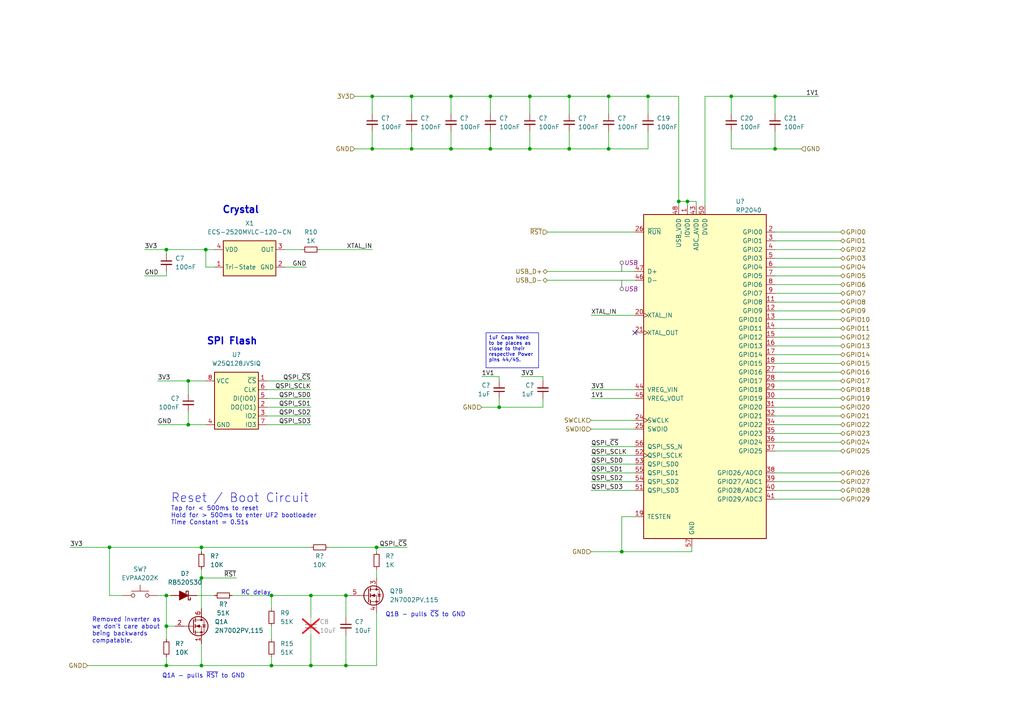
<source format=kicad_sch>
(kicad_sch (version 20250114) (generator "eeschema") (generator_version "9.0")
  (paper "A4")
  (title_block (title "${TITLE}") (date "2024-08-10") (rev "${REVISION}") (company "${COMPANY}") (comment 1 "${COMMENT1}"))
  (lib_symbols
    (symbol "Device:C_Small" (pin_numbers (hide yes)) (pin_names (offset 0.254) (hide yes))
      (property "Reference" "C" (at 0.254 1.778 0))
      (property "Value" "C_Small" (at 0.254 -2.032 0))
      (symbol "C_Small_1_1"
        (pin passive line (at 0 2.54 270) (length 2.032) (name "~") (number "1"))
        (pin passive line (at 0 -2.54 90) (length 2.032) (name "~") (number "2"))
      )
    )
    (symbol "Device:R_Small" (pin_numbers (hide yes)) (pin_names (offset 0.254) (hide yes))
      (property "Reference" "R" (at 0.762 0.508 0))
      (property "Value" "R_Small" (at 0.762 -1.016 0))
      (symbol "R_Small_1_1"
        (pin passive line (at 0 2.54 270) (length 0.762) (name "~") (number "1"))
        (pin passive line (at 0 -2.54 90) (length 0.762) (name "~") (number "2"))
      )
    )
    (symbol "FDG6335N_1" (pin_names (hide yes))
      (property "Reference" "Q" (at 5.08 1.905 0))
      (property "Value" "FDG6335N" (at 5.08 0 0))
      (symbol "FDG6335N_1_1_1"
        (pin passive line (at -5.08 0 0) (length 2.54) (name "G") (number "2"))
        (pin passive line (at 2.54 5.08 270) (length 2.54) (name "D") (number "6"))
        (pin passive line (at 2.54 -5.08 90) (length 2.54) (name "S") (number "1"))
      )
      (symbol "FDG6335N_1_2_1"
        (pin passive line (at -5.08 0 0) (length 2.54) (name "G") (number "5"))
        (pin passive line (at 2.54 5.08 270) (length 2.54) (name "D") (number "3"))
        (pin passive line (at 2.54 -5.08 90) (length 2.54) (name "S") (number "4"))
      )
    )
    (symbol "Mad_Symbols:ECS-2520MV-xxx-xx"
      (property "Reference" "X" (at -5.08 6.35 0))
      (property "Value" "ECS-2520MV-xxx-xx" (at -7.874 -6.35 0))
      (symbol "ECS-2520MV-xxx-xx_1_1"
        (pin power_in line (at -10.16 2.54 0) (length 2.54) (name "VDD") (number "4"))
        (pin input line (at -10.16 -2.54 0) (length 2.54) (name "Tri-State") (number "1"))
        (pin output line (at 10.16 2.54 180) (length 2.54) (name "OUT") (number "3"))
        (pin power_in line (at 10.16 -2.54 180) (length 2.54) (name "GND") (number "2"))
      )
    )
    (symbol "Mad_Symbols:RB520S30" (pin_numbers (hide yes)) (pin_names (offset 1.016) (hide yes))
      (property "Reference" "D7" (at 0.3175 6.35 0))
      (property "Value" "RB520S30" (at 0.3175 3.81 0))
      (symbol "RB520S30_1_1"
        (pin passive line (at -3.81 0 0) (length 2.54) (name "A") (number "2"))
        (pin passive line (at 3.81 0 180) (length 2.54) (name "K") (number "1"))
      )
    )
    (symbol "Mad_Symbols:RP2040" (pin_names (offset 1.016))
      (property "Reference" "U4" (at 13.97 51.816 0))
      (property "Value" "RP2040" (at 13.97 49.276 0))
      (symbol "RP2040_1_1"
        (pin input line (at -20.32 43.18 0) (length 2.54) (name "~{RUN}") (number "26"))
        (pin bidirectional line (at -20.32 31.75 0) (length 2.54) (name "D+") (number "47"))
        (pin bidirectional line (at -20.32 29.21 0) (length 2.54) (name "D-") (number "46"))
        (pin input clock (at -20.32 19.05 0) (length 2.54) (name "XTAL_IN") (number "20"))
        (pin input clock (at -20.32 13.97 0) (length 2.54) (name "XTAL_OUT") (number "21"))
        (pin power_in line (at -20.32 -2.54 0) (length 2.54) (name "VREG_VIN") (number "44"))
        (pin power_out line (at -20.32 -5.08 0) (length 2.54) (name "VREG_VOUT") (number "45"))
        (pin input clock (at -20.32 -11.43 0) (length 2.54) (name "SWCLK") (number "24"))
        (pin bidirectional line (at -20.32 -13.97 0) (length 2.54) (name "SWDIO") (number "25"))
        (pin bidirectional line (at -20.32 -19.05 0) (length 2.54) (name "QSPI_SS_N") (number "56"))
        (pin output clock (at -20.32 -21.59 0) (length 2.54) (name "QSPI_SCLK") (number "52"))
        (pin bidirectional line (at -20.32 -24.13 0) (length 2.54) (name "QSPI_SD0") (number "53"))
        (pin bidirectional line (at -20.32 -26.67 0) (length 2.54) (name "QSPI_SD1") (number "55"))
        (pin bidirectional line (at -20.32 -29.21 0) (length 2.54) (name "QSPI_SD2") (number "54"))
        (pin bidirectional line (at -20.32 -31.75 0) (length 2.54) (name "QSPI_SD3") (number "51"))
        (pin input line (at -20.32 -39.37 0) (length 2.54) (name "TESTEN") (number "19"))
        (pin power_in line (at -7.62 50.8 270) (length 2.54) (name "USB_VDD") (number "48"))
        (pin power_in line (at -5.08 50.8 270) (length 2.54) (name "IOVDD") (number "1"))
        (pin passive line (at -5.08 50.8 270) (length 2.54) (hide yes) (name "IOVDD") (number "10"))
        (pin passive line (at -5.08 50.8 270) (length 2.54) (hide yes) (name "IOVDD") (number "22"))
        (pin passive line (at -5.08 50.8 270) (length 2.54) (hide yes) (name "IOVDD") (number "33"))
        (pin passive line (at -5.08 50.8 270) (length 2.54) (hide yes) (name "IOVDD") (number "42"))
        (pin passive line (at -5.08 50.8 270) (length 2.54) (hide yes) (name "IOVDD") (number "49"))
        (pin power_in line (at -3.81 -48.26 90) (length 2.54) (name "GND") (number "57"))
        (pin power_in line (at -2.54 50.8 270) (length 2.54) (name "ADC_AVDD") (number "43"))
        (pin passive line (at 0 50.8 270) (length 2.54) (hide yes) (name "DVDD") (number "23"))
        (pin power_in line (at 0 50.8 270) (length 2.54) (name "DVDD") (number "50"))
        (pin input line (at 20.32 43.18 180) (length 2.54) (name "GPIO0") (number "2"))
        (pin input line (at 20.32 40.64 180) (length 2.54) (name "GPIO1") (number "3"))
        (pin input line (at 20.32 38.1 180) (length 2.54) (name "GPIO2") (number "4"))
        (pin input line (at 20.32 35.56 180) (length 2.54) (name "GPIO3") (number "5"))
        (pin input line (at 20.32 33.02 180) (length 2.54) (name "GPIO4") (number "6"))
        (pin input line (at 20.32 30.48 180) (length 2.54) (name "GPIO5") (number "7"))
        (pin input line (at 20.32 27.94 180) (length 2.54) (name "GPIO6") (number "8"))
        (pin input line (at 20.32 25.4 180) (length 2.54) (name "GPIO7") (number "9"))
        (pin input line (at 20.32 22.86 180) (length 2.54) (name "GPIO8") (number "11"))
        (pin input line (at 20.32 20.32 180) (length 2.54) (name "GPIO9") (number "12"))
        (pin input line (at 20.32 17.78 180) (length 2.54) (name "GPIO10") (number "13"))
        (pin input line (at 20.32 15.24 180) (length 2.54) (name "GPIO11") (number "14"))
        (pin input line (at 20.32 12.7 180) (length 2.54) (name "GPIO12") (number "15"))
        (pin input line (at 20.32 10.16 180) (length 2.54) (name "GPIO13") (number "16"))
        (pin input line (at 20.32 7.62 180) (length 2.54) (name "GPIO14") (number "17"))
        (pin input line (at 20.32 5.08 180) (length 2.54) (name "GPIO15") (number "18"))
        (pin input line (at 20.32 2.54 180) (length 2.54) (name "GPIO16") (number "27"))
        (pin input line (at 20.32 0 180) (length 2.54) (name "GPIO17") (number "28"))
        (pin input line (at 20.32 -2.54 180) (length 2.54) (name "GPIO18") (number "29"))
        (pin input line (at 20.32 -5.08 180) (length 2.54) (name "GPIO19") (number "30"))
        (pin input line (at 20.32 -7.62 180) (length 2.54) (name "GPIO20") (number "31"))
        (pin input line (at 20.32 -10.16 180) (length 2.54) (name "GPIO21") (number "32"))
        (pin input line (at 20.32 -12.7 180) (length 2.54) (name "GPIO22") (number "34"))
        (pin input line (at 20.32 -15.24 180) (length 2.54) (name "GPIO23") (number "35"))
        (pin input line (at 20.32 -17.78 180) (length 2.54) (name "GPIO24") (number "36"))
        (pin input line (at 20.32 -20.32 180) (length 2.54) (name "GPIO25") (number "37"))
        (pin input line (at 20.32 -26.67 180) (length 2.54) (name "GPIO26/ADC0") (number "38"))
        (pin input line (at 20.32 -29.21 180) (length 2.54) (name "GPIO27/ADC1") (number "39"))
        (pin input line (at 20.32 -31.75 180) (length 2.54) (name "GPIO28/ADC2") (number "40"))
        (pin input line (at 20.32 -34.29 180) (length 2.54) (name "GPIO29/ADC3") (number "41"))
      )
    )
    (symbol "Mad_Symbols:W25Q128JVSIQ"
      (property "Reference" "U3" (at 1.905 10.795 0))
      (property "Value" "W25Q128JVSIQ" (at -3.81 8.89 0))
      (symbol "W25Q128JVSIQ_1_1"
        (pin input line (at -12.7 5.08 0) (length 2.54) (name "~{CS}") (number "1"))
        (pin input line (at -12.7 2.54 0) (length 2.54) (name "CLK") (number "6"))
        (pin bidirectional line (at -12.7 0 0) (length 2.54) (name "DI(IO0)") (number "5"))
        (pin bidirectional line (at -12.7 -2.54 0) (length 2.54) (name "DO(IO1)") (number "2"))
        (pin bidirectional line (at -12.7 -5.08 0) (length 2.54) (name "IO2") (number "3"))
        (pin bidirectional line (at -12.7 -7.62 0) (length 2.54) (name "IO3") (number "7"))
        (pin power_in line (at 5.08 5.08 180) (length 2.54) (name "VCC") (number "8"))
        (pin power_in line (at 5.08 -7.62 180) (length 2.54) (name "GND") (number "4"))
      )
    )
    (symbol "Switch:SW_Push" (pin_numbers (hide yes)) (pin_names (offset 1.016) (hide yes))
      (property "Reference" "SW" (at 1.27 2.54 0))
      (property "Value" "SW_Push" (at 0 -1.524 0))
      (symbol "SW_Push_0_1"
        (pin passive line (at -5.08 0 0) (length 2.54) (name "1") (number "1"))
        (pin passive line (at 5.08 0 180) (length 2.54) (name "2") (number "2"))
      )
    )
  )
  (text "Q1B - pulls ~{CS} to GND" (at 111.76 179.07 0) (effects (font (size 1.27 1.27)) (justify left bottom)))
  (text "Removed inverter as\nwe don't care about \nbeing backwards \ncompatable." (at 26.67 186.69 0) (effects (font (size 1.27 1.27)) (justify left bottom)))
  (text "Reset / Boot Circuit" (at 49.53 146.05 0) (effects (font (size 2.54 2.54)) (justify left bottom)))
  (text "Crystal" (at 69.85 60.96 0) (effects (font (size 2 2) (thickness 0.4) (bold yes))))
  (text "Tap for < 500ms to reset\nHold for > 500ms to enter UF2 bootloader\nTime Constant = 0.51s" (at 49.53 152.4 0) (effects (font (size 1.27 1.27)) (justify left bottom)))
  (text "Q1A - pulls ~{RST} to GND" (at 46.99 196.85 0) (effects (font (size 1.27 1.27)) (justify left bottom)))
  (text "SPI Flash" (at 67.31 99.06 0) (effects (font (size 2 2) (thickness 0.4) (bold yes))))
  (text "RC delay" (at 69.85 172.72 0) (effects (font (size 1.27 1.27)) (justify left bottom)))
  (text_box "1uF Caps Need to be places as close to their respective Power pins 44/45." (at 140.97 96.52 0) (size 15.24 10.16) (margins 0.75 0.75 0.75 0.75) (effects (font (size 1 1)) (justify left top)))
  (junction (at 224.79 27.94))
  (junction (at 90.17 172.72))
  (junction (at 100.33 193.04))
  (junction (at 196.85 58.42))
  (junction (at 31.75 158.75))
  (junction (at 180.34 160.02))
  (junction (at 165.1 43.18))
  (junction (at 142.24 27.94))
  (junction (at 165.1 27.94))
  (junction (at 107.95 43.18))
  (junction (at 119.38 27.94))
  (junction (at 58.42 158.75))
  (junction (at 58.42 193.04))
  (junction (at 90.17 193.04))
  (junction (at 153.67 43.18))
  (junction (at 224.79 43.18))
  (junction (at 199.39 58.42))
  (junction (at 48.26 181.61))
  (junction (at 48.26 172.72))
  (junction (at 58.42 167.64))
  (junction (at 48.26 193.04))
  (junction (at 142.24 43.18))
  (junction (at 153.67 27.94))
  (junction (at 78.74 172.72))
  (junction (at 176.53 27.94))
  (junction (at 54.61 123.19))
  (junction (at 130.81 43.18))
  (junction (at 176.53 43.18))
  (junction (at 54.61 110.49))
  (junction (at 212.09 27.94))
  (junction (at 119.38 43.18))
  (junction (at 130.81 27.94))
  (junction (at 100.33 172.72))
  (junction (at 107.95 27.94))
  (junction (at 78.74 193.04))
  (junction (at 144.78 118.11))
  (junction (at 109.22 158.75))
  (junction (at 187.96 27.94))
  (junction (at 48.26 72.39))
  (junction (at 59.69 72.39))
  (no_connect (at 184.15 96.52))
  (wire (pts (xy 130.81 27.94) (xy 142.24 27.94)))
  (wire (pts (xy 82.55 72.39) (xy 87.63 72.39)))
  (wire (pts (xy 48.26 193.04) (xy 58.42 193.04)))
  (wire (pts (xy 224.79 139.7) (xy 243.84 139.7)))
  (wire (pts (xy 144.78 118.11) (xy 157.48 118.11)))
  (wire (pts (xy 171.45 121.92) (xy 184.15 121.92)))
  (wire (pts (xy 153.67 27.94) (xy 153.67 33.02)))
  (wire (pts (xy 158.75 81.28) (xy 184.15 81.28)))
  (wire (pts (xy 58.42 158.75) (xy 58.42 160.02)))
  (wire (pts (xy 90.17 179.07) (xy 90.17 172.72)))
  (wire (pts (xy 78.74 193.04) (xy 90.17 193.04)))
  (wire (pts (xy 144.78 109.22) (xy 144.78 110.49)))
  (wire (pts (xy 119.38 27.94) (xy 119.38 33.02)))
  (wire (pts (xy 224.79 82.55) (xy 243.84 82.55)))
  (wire (pts (xy 171.45 124.46) (xy 184.15 124.46)))
  (wire (pts (xy 171.45 160.02) (xy 180.34 160.02)))
  (wire (pts (xy 224.79 144.78) (xy 243.84 144.78)))
  (wire (pts (xy 48.26 80.01) (xy 48.26 78.74)))
  (wire (pts (xy 171.45 129.54) (xy 184.15 129.54)))
  (wire (pts (xy 171.45 132.08) (xy 184.15 132.08)))
  (wire (pts (xy 224.79 90.17) (xy 243.84 90.17)))
  (wire (pts (xy 165.1 43.18) (xy 176.53 43.18)))
  (wire (pts (xy 204.47 27.94) (xy 212.09 27.94)))
  (wire (pts (xy 109.22 158.75) (xy 109.22 160.02)))
  (wire (pts (xy 31.75 172.72) (xy 35.56 172.72)))
  (wire (pts (xy 48.26 190.5) (xy 48.26 193.04)))
  (wire (pts (xy 58.42 167.64) (xy 58.42 176.53)))
  (wire (pts (xy 157.48 109.22) (xy 157.48 110.49)))
  (wire (pts (xy 153.67 27.94) (xy 165.1 27.94)))
  (wire (pts (xy 102.87 43.18) (xy 107.95 43.18)))
  (wire (pts (xy 58.42 186.69) (xy 58.42 193.04)))
  (wire (pts (xy 78.74 190.5) (xy 78.74 193.04)))
  (wire (pts (xy 90.17 118.11) (xy 77.47 118.11)))
  (wire (pts (xy 180.34 149.86) (xy 184.15 149.86)))
  (wire (pts (xy 58.42 165.1) (xy 58.42 167.64)))
  (wire (pts (xy 224.79 102.87) (xy 243.84 102.87)))
  (wire (pts (xy 224.79 107.95) (xy 243.84 107.95)))
  (wire (pts (xy 100.33 184.15) (xy 100.33 193.04)))
  (wire (pts (xy 58.42 158.75) (xy 90.17 158.75)))
  (wire (pts (xy 224.79 80.01) (xy 243.84 80.01)))
  (wire (pts (xy 187.96 27.94) (xy 187.96 33.02)))
  (wire (pts (xy 171.45 113.03) (xy 184.15 113.03)))
  (wire (pts (xy 224.79 27.94) (xy 237.49 27.94)))
  (wire (pts (xy 224.79 77.47) (xy 243.84 77.47)))
  (wire (pts (xy 224.79 43.18) (xy 212.09 43.18)))
  (wire (pts (xy 90.17 110.49) (xy 77.47 110.49)))
  (wire (pts (xy 196.85 58.42) (xy 196.85 59.69)))
  (wire (pts (xy 196.85 27.94) (xy 196.85 58.42)))
  (wire (pts (xy 201.93 58.42) (xy 201.93 59.69)))
  (wire (pts (xy 224.79 38.1) (xy 224.79 43.18)))
  (wire (pts (xy 158.75 78.74) (xy 184.15 78.74)))
  (wire (pts (xy 196.85 58.42) (xy 199.39 58.42)))
  (wire (pts (xy 199.39 58.42) (xy 201.93 58.42)))
  (wire (pts (xy 171.45 115.57) (xy 184.15 115.57)))
  (wire (pts (xy 41.91 72.39) (xy 48.26 72.39)))
  (wire (pts (xy 100.33 193.04) (xy 109.22 193.04)))
  (wire (pts (xy 78.74 181.61) (xy 78.74 185.42)))
  (wire (pts (xy 48.26 73.66) (xy 48.26 72.39)))
  (wire (pts (xy 92.71 72.39) (xy 107.95 72.39)))
  (wire (pts (xy 107.95 27.94) (xy 119.38 27.94)))
  (wire (pts (xy 90.17 120.65) (xy 77.47 120.65)))
  (wire (pts (xy 31.75 158.75) (xy 58.42 158.75)))
  (wire (pts (xy 224.79 113.03) (xy 243.84 113.03)))
  (wire (pts (xy 139.7 109.22) (xy 144.78 109.22)))
  (wire (pts (xy 153.67 43.18) (xy 165.1 43.18)))
  (wire (pts (xy 224.79 137.16) (xy 243.84 137.16)))
  (wire (pts (xy 45.72 123.19) (xy 54.61 123.19)))
  (wire (pts (xy 67.31 172.72) (xy 78.74 172.72)))
  (wire (pts (xy 224.79 69.85) (xy 243.84 69.85)))
  (wire (pts (xy 31.75 158.75) (xy 31.75 172.72)))
  (wire (pts (xy 176.53 27.94) (xy 187.96 27.94)))
  (wire (pts (xy 212.09 27.94) (xy 224.79 27.94)))
  (wire (pts (xy 153.67 43.18) (xy 153.67 38.1)))
  (wire (pts (xy 180.34 160.02) (xy 200.66 160.02)))
  (wire (pts (xy 54.61 119.38) (xy 54.61 123.19)))
  (wire (pts (xy 199.39 58.42) (xy 199.39 59.69)))
  (wire (pts (xy 171.45 137.16) (xy 184.15 137.16)))
  (wire (pts (xy 48.26 181.61) (xy 48.26 185.42)))
  (wire (pts (xy 142.24 27.94) (xy 142.24 33.02)))
  (wire (pts (xy 200.66 160.02) (xy 200.66 158.75)))
  (wire (pts (xy 139.7 118.11) (xy 144.78 118.11)))
  (wire (pts (xy 142.24 38.1) (xy 142.24 43.18)))
  (wire (pts (xy 59.69 72.39) (xy 62.23 72.39)))
  (wire (pts (xy 90.17 172.72) (xy 100.33 172.72)))
  (wire (pts (xy 100.33 172.72) (xy 100.33 179.07)))
  (wire (pts (xy 176.53 38.1) (xy 176.53 43.18)))
  (wire (pts (xy 48.26 181.61) (xy 50.8 181.61)))
  (wire (pts (xy 224.79 105.41) (xy 243.84 105.41)))
  (wire (pts (xy 224.79 142.24) (xy 243.84 142.24)))
  (wire (pts (xy 212.09 38.1) (xy 212.09 43.18)))
  (wire (pts (xy 107.95 27.94) (xy 107.95 33.02)))
  (wire (pts (xy 78.74 172.72) (xy 78.74 176.53)))
  (wire (pts (xy 58.42 167.64) (xy 68.58 167.64)))
  (wire (pts (xy 45.72 110.49) (xy 54.61 110.49)))
  (wire (pts (xy 224.79 97.79) (xy 243.84 97.79)))
  (wire (pts (xy 151.13 109.22) (xy 157.48 109.22)))
  (wire (pts (xy 109.22 165.1) (xy 109.22 167.64)))
  (wire (pts (xy 224.79 67.31) (xy 243.84 67.31)))
  (wire (pts (xy 224.79 125.73) (xy 243.84 125.73)))
  (wire (pts (xy 224.79 130.81) (xy 243.84 130.81)))
  (wire (pts (xy 224.79 110.49) (xy 243.84 110.49)))
  (wire (pts (xy 224.79 72.39) (xy 243.84 72.39)))
  (wire (pts (xy 109.22 158.75) (xy 118.11 158.75)))
  (wire (pts (xy 59.69 123.19) (xy 54.61 123.19)))
  (wire (pts (xy 144.78 115.57) (xy 144.78 118.11)))
  (wire (pts (xy 59.69 72.39) (xy 59.69 77.47)))
  (wire (pts (xy 224.79 95.25) (xy 243.84 95.25)))
  (wire (pts (xy 90.17 115.57) (xy 77.47 115.57)))
  (wire (pts (xy 176.53 27.94) (xy 176.53 33.02)))
  (wire (pts (xy 82.55 77.47) (xy 88.9 77.47)))
  (wire (pts (xy 48.26 72.39) (xy 59.69 72.39)))
  (wire (pts (xy 102.87 27.94) (xy 107.95 27.94)))
  (wire (pts (xy 165.1 43.18) (xy 165.1 38.1)))
  (wire (pts (xy 224.79 87.63) (xy 243.84 87.63)))
  (wire (pts (xy 224.79 120.65) (xy 243.84 120.65)))
  (wire (pts (xy 171.45 134.62) (xy 184.15 134.62)))
  (wire (pts (xy 20.32 158.75) (xy 31.75 158.75)))
  (wire (pts (xy 130.81 43.18) (xy 142.24 43.18)))
  (wire (pts (xy 90.17 113.03) (xy 77.47 113.03)))
  (wire (pts (xy 165.1 27.94) (xy 176.53 27.94)))
  (wire (pts (xy 107.95 43.18) (xy 119.38 43.18)))
  (wire (pts (xy 130.81 27.94) (xy 130.81 33.02)))
  (wire (pts (xy 165.1 27.94) (xy 165.1 33.02)))
  (wire (pts (xy 25.4 193.04) (xy 48.26 193.04)))
  (wire (pts (xy 57.15 172.72) (xy 62.23 172.72)))
  (wire (pts (xy 119.38 43.18) (xy 119.38 38.1)))
  (wire (pts (xy 204.47 27.94) (xy 204.47 59.69)))
  (wire (pts (xy 119.38 27.94) (xy 130.81 27.94)))
  (wire (pts (xy 224.79 85.09) (xy 243.84 85.09)))
  (wire (pts (xy 224.79 118.11) (xy 243.84 118.11)))
  (wire (pts (xy 212.09 27.94) (xy 212.09 33.02)))
  (wire (pts (xy 130.81 38.1) (xy 130.81 43.18)))
  (wire (pts (xy 224.79 27.94) (xy 224.79 33.02)))
  (wire (pts (xy 48.26 172.72) (xy 48.26 181.61)))
  (wire (pts (xy 171.45 142.24) (xy 184.15 142.24)))
  (wire (pts (xy 224.79 43.18) (xy 232.41 43.18)))
  (wire (pts (xy 224.79 128.27) (xy 243.84 128.27)))
  (wire (pts (xy 142.24 43.18) (xy 153.67 43.18)))
  (wire (pts (xy 171.45 139.7) (xy 184.15 139.7)))
  (wire (pts (xy 90.17 123.19) (xy 77.47 123.19)))
  (wire (pts (xy 224.79 115.57) (xy 243.84 115.57)))
  (wire (pts (xy 158.75 67.31) (xy 184.15 67.31)))
  (wire (pts (xy 107.95 38.1) (xy 107.95 43.18)))
  (wire (pts (xy 78.74 172.72) (xy 90.17 172.72)))
  (wire (pts (xy 142.24 27.94) (xy 153.67 27.94)))
  (wire (pts (xy 224.79 74.93) (xy 243.84 74.93)))
  (wire (pts (xy 48.26 172.72) (xy 49.53 172.72)))
  (wire (pts (xy 180.34 160.02) (xy 180.34 149.86)))
  (wire (pts (xy 224.79 123.19) (xy 243.84 123.19)))
  (wire (pts (xy 157.48 115.57) (xy 157.48 118.11)))
  (wire (pts (xy 41.91 80.01) (xy 48.26 80.01)))
  (wire (pts (xy 59.69 110.49) (xy 54.61 110.49)))
  (wire (pts (xy 109.22 177.8) (xy 109.22 193.04)))
  (wire (pts (xy 187.96 27.94) (xy 196.85 27.94)))
  (wire (pts (xy 62.23 77.47) (xy 59.69 77.47)))
  (wire (pts (xy 58.42 193.04) (xy 78.74 193.04)))
  (wire (pts (xy 119.38 43.18) (xy 130.81 43.18)))
  (wire (pts (xy 100.33 172.72) (xy 101.6 172.72)))
  (wire (pts (xy 187.96 38.1) (xy 187.96 43.18)))
  (wire (pts (xy 90.17 193.04) (xy 100.33 193.04)))
  (wire (pts (xy 54.61 110.49) (xy 54.61 114.3)))
  (wire (pts (xy 171.45 91.44) (xy 184.15 91.44)))
  (wire (pts (xy 90.17 184.15) (xy 90.17 193.04)))
  (wire (pts (xy 224.79 100.33) (xy 243.84 100.33)))
  (wire (pts (xy 224.79 92.71) (xy 243.84 92.71)))
  (wire (pts (xy 45.72 172.72) (xy 48.26 172.72)))
  (wire (pts (xy 176.53 43.18) (xy 187.96 43.18)))
  (wire (pts (xy 95.25 158.75) (xy 109.22 158.75)))
  (label "QSPI_SCLK" (at 171.45 132.08 0))
  (label "XTAL_IN" (at 171.45 91.44 0))
  (label "QSPI_SD3" (at 90.17 123.19 180))
  (label "QSPI_SCLK" (at 90.17 113.03 180))
  (label "1V1" (at 171.45 115.57 0))
  (label "QSPI_SD2" (at 90.17 120.65 180))
  (label "QSPI_~{CS}" (at 90.17 110.49 180))
  (label "QSPI_SD3" (at 171.45 142.24 0))
  (label "3V3" (at 45.72 110.49 0))
  (label "QSPI_~{CS}" (at 171.45 129.54 0))
  (label "GND" (at 45.72 123.19 0))
  (label "1V1" (at 139.7 109.22 0))
  (label "~{RST}" (at 68.58 167.64 180))
  (label "XTAL_IN" (at 107.95 72.39 180))
  (label "GND" (at 41.91 80.01 0))
  (label "GND" (at 88.9 77.47 180))
  (label "3V3" (at 171.45 113.03 0))
  (label "QSPI_SD2" (at 171.45 139.7 0))
  (label "QSPI_~{CS}" (at 118.11 158.75 180))
  (label "QSPI_SD0" (at 171.45 134.62 0))
  (label "QSPI_SD1" (at 90.17 118.11 180))
  (label "QSPI_SD0" (at 90.17 115.57 180))
  (label "QSPI_SD1" (at 171.45 137.16 0))
  (label "3V3" (at 41.91 72.39 0))
  (label "3V3" (at 151.13 109.22 0))
  (label "3V3" (at 20.32 158.75 0))
  (label "1V1" (at 237.49 27.94 180))
  (hierarchical_label "GPIO16" (shape bidirectional) (at 243.84 107.95 0))
  (hierarchical_label "GPIO4" (shape bidirectional) (at 243.84 77.47 0))
  (hierarchical_label "GPIO15" (shape bidirectional) (at 243.84 105.41 0))
  (hierarchical_label "GPIO17" (shape bidirectional) (at 243.84 110.49 0))
  (hierarchical_label "GPIO10" (shape bidirectional) (at 243.84 92.71 0))
  (hierarchical_label "GPIO19" (shape bidirectional) (at 243.84 115.57 0))
  (hierarchical_label "GPIO23" (shape bidirectional) (at 243.84 125.73 0))
  (hierarchical_label "GND" (shape input) (at 232.41 43.18 0))
  (hierarchical_label "GPIO27" (shape bidirectional) (at 243.84 139.7 0))
  (hierarchical_label "GPIO7" (shape bidirectional) (at 243.84 85.09 0))
  (hierarchical_label "GPIO3" (shape bidirectional) (at 243.84 74.93 0))
  (hierarchical_label "GPIO5" (shape bidirectional) (at 243.84 80.01 0))
  (hierarchical_label "GND" (shape input) (at 139.7 118.11 180))
  (hierarchical_label "GND" (shape input) (at 102.87 43.18 180))
  (hierarchical_label "GPIO18" (shape bidirectional) (at 243.84 113.03 0))
  (hierarchical_label "GPIO14" (shape bidirectional) (at 243.84 102.87 0))
  (hierarchical_label "GPIO12" (shape bidirectional) (at 243.84 97.79 0))
  (hierarchical_label "SWCLK" (shape input) (at 171.45 121.92 180))
  (hierarchical_label "GPIO13" (shape bidirectional) (at 243.84 100.33 0))
  (hierarchical_label "GPIO8" (shape bidirectional) (at 243.84 87.63 0))
  (hierarchical_label "GPIO26" (shape bidirectional) (at 243.84 137.16 0))
  (hierarchical_label "GPIO1" (shape bidirectional) (at 243.84 69.85 0))
  (hierarchical_label "GPIO0" (shape bidirectional) (at 243.84 67.31 0))
  (hierarchical_label "SWDIO" (shape input) (at 171.45 124.46 180))
  (hierarchical_label "GPIO25" (shape bidirectional) (at 243.84 130.81 0))
  (hierarchical_label "GND" (shape input) (at 25.4 193.04 180))
  (hierarchical_label "GPIO9" (shape bidirectional) (at 243.84 90.17 0))
  (hierarchical_label "GPIO11" (shape bidirectional) (at 243.84 95.25 0))
  (hierarchical_label "GPIO29" (shape bidirectional) (at 243.84 144.78 0))
  (hierarchical_label "GPIO6" (shape bidirectional) (at 243.84 82.55 0))
  (hierarchical_label "GPIO20" (shape bidirectional) (at 243.84 118.11 0))
  (hierarchical_label "GPIO21" (shape bidirectional) (at 243.84 120.65 0))
  (hierarchical_label "USB_D+" (shape bidirectional) (at 158.75 78.74 180))
  (hierarchical_label "GPIO24" (shape bidirectional) (at 243.84 128.27 0))
  (hierarchical_label "GND" (shape input) (at 171.45 160.02 180))
  (hierarchical_label "GPIO2" (shape bidirectional) (at 243.84 72.39 0))
  (hierarchical_label "GPIO28" (shape bidirectional) (at 243.84 142.24 0))
  (hierarchical_label "GPIO22" (shape bidirectional) (at 243.84 123.19 0))
  (hierarchical_label "3V3" (shape input) (at 102.87 27.94 180))
  (hierarchical_label "~{RST}" (shape input) (at 158.75 67.31 180))
  (hierarchical_label "USB_D-" (shape bidirectional) (at 158.75 81.28 180))
  (netclass_flag "" (length 2.54) (shape round) (at 180.34 78.74 0) (property "Netclass" "USB" (at 181.0385 76.2 0) (effects (font (italic yes)) (justify left))))
  (netclass_flag "" (length 2.54) (shape round) (at 180.34 81.28 180) (property "Netclass" "USB" (at 181.0385 83.82 0) (effects (font (italic yes)) (justify left))))
  (symbol (lib_id "Device:C_Small") (at 142.24 35.56 0) (mirror y) (unit 1)
    (property "Reference" "C14" (at 144.78 34.2962 0) (effects (justify right)))
    (property "Value" "100nF" (at 144.78 36.8362 0) (effects (justify right)))
    (property "Footprint" "Capacitor_SMD:C_0402_1005Metric" (effects (hide yes)))
    (property "Datasheet" "https://www.yageo.com/upload/media/product/productsearch/datasheet/mlcc/UPY-GPHC_X7R_6.3V-to-250V_24.pdf" (effects (hide yes)))
    (property "Description" "0.1 µF ±10% 25V Ceramic Capacitor X7R 0402 (1005 Metric)" (effects (hide yes)))
    (property "MPN" "CC0402KPX7R9BB104" (effects (hide yes)))
    (property "Manufacturer" "YAGEO" (effects (hide yes)))
    (property "Price" "$0.17" (effects (hide yes)))
    (property "Rating" "CAP 0402 50V 100 NF X7R" (effects (hide yes)))
    (property "Supplier" "Digikey" (effects (hide yes)))
    (property "Supplier PN" "13-CC0402KPX7R9BB104CT-ND" (effects (hide yes)))
    (property "LCSC" "C432917" (effects (hide yes)))
    (instances (project "RP2040" (path "" (reference "C?") (unit 1))) (project "Mad_RP2040" (path "" (reference "C14") (unit 1))))
  )
  (symbol (lib_name "FDG6335N_1") (lib_id "Transistor_FET:FDG6335N") (at 106.68 172.72 0) (unit 2)
    (property "Reference" "Q1" (at 113.03 171.4499 0) (effects (justify left)))
    (property "Value" "2N7002PV,115" (at 113.03 173.9899 0) (effects (justify left)))
    (property "Footprint" "Package_TO_SOT_SMD:SOT-666" (effects (hide yes)))
    (property "Datasheet" "https://wmsc.lcsc.com/wmsc/upload/file/pdf/v2/lcsc/2006101914_Nexperia-2N7002PV-115_C551422.pdf" (effects (hide yes)))
    (property "Description" "Mosfet Array 60V 350mA 330mW Surface Mount SOT-666" (effects (hide yes)))
    (property "Price" "$0.64" (effects (hide yes)))
    (property "Rating" "MOSFET 2N-CH 60V 0.35A SOT666" (effects (hide yes)))
    (property "Supplier" "Digikey" (effects (hide yes)))
    (property "Supplier PN" "1727-4792-1-ND" (effects (hide yes)))
    (property "Manufacturer" "Diodes Incorporated" (effects (hide yes)))
    (property "MPN" "2N7002PV,115" (effects (hide yes)))
    (property "LCSC" "C551422" (effects (hide yes)))
    (instances (project "RP2040" (path "" (reference "Q?") (unit 2))) (project "Mad_RP2040" (path "" (reference "Q1") (unit 2))))
  )
  (symbol (lib_id "Device:R_Small") (at 58.42 162.56 180) (unit 1)
    (property "Reference" "R7" (at 60.96 161.2899 0) (effects (justify right)))
    (property "Value" "10K" (at 60.96 163.8299 0) (effects (justify right)))
    (property "Footprint" "Resistor_SMD:R_0402_1005Metric" (effects (hide yes)))
    (property "Datasheet" "https://www.yageo.com/upload/media/product/products/datasheet/rchip/PYu-RC_Group_51_RoHS_L_12.pdf" (effects (hide yes)))
    (property "Description" "10 kOhms ±1% 0.063W, 1/16W Chip Resistor 0402 (1005 Metric) Moisture Resistant Thick Film" (effects (hide yes)))
    (property "Price" "$0.16" (effects (hide yes)))
    (property "Rating" "RES 10K OHM 1% 1/16W 0402" (effects (hide yes)))
    (property "Supplier" "Digikey" (effects (hide yes)))
    (property "Supplier PN" "311-10.0KLRCT-ND" (effects (hide yes)))
    (property "Manufacturer" "YAGEO" (effects (hide yes)))
    (property "MPN" "RC0402FR-0710KL" (effects (hide yes)))
    (property "LCSC" "C60490" (effects (hide yes)))
    (instances (project "RP2040" (path "" (reference "R?") (unit 1))) (project "Mad_RP2040" (path "" (reference "R7") (unit 1))))
  )
  (symbol (lib_id "Mad_Symbols:RP2040") (at 204.47 110.49 0) (unit 1)
    (property "Reference" "U5" (at 213.36 58.42 0) (effects (justify left)))
    (property "Value" "RP2040" (at 213.36 60.96 0) (effects (justify left)))
    (property "Footprint" "Package_DFN_QFN:QFN-56-1EP_7x7mm_P0.4mm_EP3.2x3.2mm" (effects (hide yes)))
    (property "Datasheet" "https://datasheets.raspberrypi.com/rp2040/rp2040-datasheet.pdf" (effects (hide yes)))
    (property "Description" "ARM® Cortex®-M0+ - Microcontroller IC 32-Bit Dual-Core 133MHz External Program Memory 56-QFN (7x7)" (effects (hide yes)))
    (property "Price" "$1.11" (effects (hide yes)))
    (property "Rating" "IC MCU 32BIT EXT MEM 56QFN" (effects (hide yes)))
    (property "Supplier" "Digikey" (effects (hide yes)))
    (property "Supplier PN" "2648-SC0914(13)CT-ND" (effects (hide yes)))
    (property "Manufacturer" "Raspberry Pi" (effects (hide yes)))
    (property "MPN" "SC0914(13)" (effects (hide yes)))
    (property "LCSC" "C2040" (effects (hide yes)))
    (instances (project "RP2040" (path "" (reference "U?") (unit 1))) (project "Mad_RP2040" (path "" (reference "U5") (unit 1))))
  )
  (symbol (lib_id "Device:R_Small") (at 48.26 187.96 180) (unit 1)
    (property "Reference" "R6" (at 50.8 186.6899 0) (effects (justify right)))
    (property "Value" "10K" (at 50.8 189.2299 0) (effects (justify right)))
    (property "Footprint" "Resistor_SMD:R_0402_1005Metric" (effects (hide yes)))
    (property "Datasheet" "https://www.yageo.com/upload/media/product/products/datasheet/rchip/PYu-RC_Group_51_RoHS_L_12.pdf" (effects (hide yes)))
    (property "Description" "10 kOhms ±1% 0.063W, 1/16W Chip Resistor 0402 (1005 Metric) Moisture Resistant Thick Film" (effects (hide yes)))
    (property "Price" "$0.16" (effects (hide yes)))
    (property "Rating" "RES 10K OHM 1% 1/16W 0402" (effects (hide yes)))
    (property "Supplier" "Digikey" (effects (hide yes)))
    (property "Supplier PN" "311-10.0KLRCT-ND" (effects (hide yes)))
    (property "Manufacturer" "YAGEO" (effects (hide yes)))
    (property "MPN" "RC0402FR-0710KL" (effects (hide yes)))
    (property "LCSC" "C60490" (effects (hide yes)))
    (instances (project "RP2040" (path "" (reference "R?") (unit 1))) (project "Mad_RP2040" (path "" (reference "R6") (unit 1))))
  )
  (symbol (lib_id "Device:C_Small") (at 100.33 181.61 0) (unit 1)
    (property "Reference" "C9" (at 102.87 180.3462 0) (effects (justify left)))
    (property "Value" "10uF" (at 102.87 182.8862 0) (effects (justify left)))
    (property "Footprint" "Capacitor_SMD:C_0805_2012Metric" (effects (hide yes)))
    (property "Datasheet" "https://www.yageo.com/upload/media/product/app/datasheet/mlcc/upy-gphc_x5r_4v-to-50v.pdf" (effects (hide yes)))
    (property "Description" "10 µF ±10% 25V Ceramic Capacitor X5R 0805 (2012 Metric)" (effects (hide yes)))
    (property "Price" "$0.47" (effects (hide yes)))
    (property "Rating" "CAP CER 10UF 25V X5R 0805" (effects (hide yes)))
    (property "Supplier" "Digikey" (effects (hide yes)))
    (property "Supplier PN" "311-1869-1-ND" (effects (hide yes)))
    (property "Manufacturer" "YAGEO" (effects (hide yes)))
    (property "MPN" "CC0805KKX5R8BB106" (effects (hide yes)))
    (property "LCSC" "C2932476" (effects (hide yes)))
    (instances (project "RP2040" (path "" (reference "C?") (unit 1))) (project "Mad_RP2040" (path "" (reference "C9") (unit 1))))
  )
  (symbol (lib_id "Device:C_Small") (at 107.95 35.56 0) (mirror y) (unit 1)
    (property "Reference" "C10" (at 110.49 34.2962 0) (effects (justify right)))
    (property "Value" "100nF" (at 110.49 36.8362 0) (effects (justify right)))
    (property "Footprint" "Capacitor_SMD:C_0402_1005Metric" (effects (hide yes)))
    (property "Datasheet" "https://www.yageo.com/upload/media/product/productsearch/datasheet/mlcc/UPY-GPHC_X7R_6.3V-to-250V_24.pdf" (effects (hide yes)))
    (property "Description" "0.1 µF ±10% 25V Ceramic Capacitor X7R 0402 (1005 Metric)" (effects (hide yes)))
    (property "Price" "$0.17" (effects (hide yes)))
    (property "Rating" "CAP 0402 50V 100 NF X7R" (effects (hide yes)))
    (property "Supplier" "Digikey" (effects (hide yes)))
    (property "Supplier PN" "13-CC0402KPX7R9BB104CT-ND" (effects (hide yes)))
    (property "Manufacturer" "YAGEO" (effects (hide yes)))
    (property "MPN" "CC0402KPX7R9BB104" (effects (hide yes)))
    (property "LCSC" "C432917" (effects (hide yes)))
    (instances (project "RP2040" (path "" (reference "C?") (unit 1))) (project "Mad_RP2040" (path "" (reference "C10") (unit 1))))
  )
  (symbol (lib_id "Mad_Symbols:ECS-2520MV-xxx-xx") (at 72.39 74.93 0) (unit 1)
    (property "Reference" "X1" (at 72.39 64.77 0))
    (property "Value" "ECS-2520MVLC-120-CN" (at 72.39 67.31 0))
    (property "Footprint" "Mad_Footprints:Oscillator_SMD_ECS_2520MV-xxx-xx-4Pin_2.5x2.0mm" (effects (hide yes)))
    (property "Datasheet" "https://www.ecsxtal.com/store/pdf/ECS-2520MV.pdf" (effects (hide yes)))
    (property "Description" "12 MHz XO (Standard) CMOS Oscillator 1.6V ~ 3.6V Enable/Disable 4-SMD, No Lead" (effects (hide yes)))
    (property "Price" "$1.99" (effects (hide yes)))
    (property "Rating" "XTAL OSC XO 12.0000MHZ CMOS SMD" (effects (hide yes)))
    (property "Supplier" "Digikey" (effects (hide yes)))
    (property "Supplier PN" "50-ECS-2520MVLC-120-CN-TRCT-ND" (effects (hide yes)))
    (property "Manufacturer" "ECS Inc." (effects (hide yes)))
    (property "MPN" "ECS-2520MVLC-120-CN-TR" (effects (hide yes)))
    (property "LCSC" "C669073" (effects (hide yes)))
  )
  (symbol (lib_id "Device:C_Small") (at 144.78 113.03 0) (mirror x) (unit 1)
    (property "Reference" "C13" (at 142.24 111.7535 0) (effects (justify right)))
    (property "Value" "1uF" (at 142.24 114.2935 0) (effects (justify right)))
    (property "Footprint" "Capacitor_SMD:C_0603_1608Metric" (effects (hide yes)))
    (property "Datasheet" "https://www.yageo.com/upload/media/product/app/datasheet/mlcc/upy-gphc_x5r_4v-to-50v.pdf" (effects (hide yes)))
    (property "Description" "0.1 µF ±10% 25V Ceramic Capacitor X7R 0402 (1005 Metric)" (effects (hide yes)))
    (property "MPN" "CC0603KRX5R8BB105" (effects (hide yes)))
    (property "Manufacturer" "YAGEO" (effects (hide yes)))
    (property "Price" "$0.16" (effects (hide yes)))
    (property "Rating" "CAP CER 1UF 25V X5R 0603" (effects (hide yes)))
    (property "Supplier" "Digikey" (effects (hide yes)))
    (property "Supplier PN" "311-1445-1-ND" (effects (hide yes)))
    (property "LCSC" "C14664" (effects (hide yes)))
    (instances (project "RP2040" (path "" (reference "C?") (unit 1))) (project "Mad_RP2040" (path "" (reference "C13") (unit 1))))
  )
  (symbol (lib_id "Device:C_Small") (at 119.38 35.56 0) (mirror y) (unit 1)
    (property "Reference" "C11" (at 121.92 34.2962 0) (effects (justify right)))
    (property "Value" "100nF" (at 121.92 36.8362 0) (effects (justify right)))
    (property "Footprint" "Capacitor_SMD:C_0402_1005Metric" (effects (hide yes)))
    (property "Datasheet" "https://www.yageo.com/upload/media/product/productsearch/datasheet/mlcc/UPY-GPHC_X7R_6.3V-to-250V_24.pdf" (effects (hide yes)))
    (property "Description" "0.1 µF ±10% 25V Ceramic Capacitor X7R 0402 (1005 Metric)" (effects (hide yes)))
    (property "MPN" "CC0402KPX7R9BB104" (effects (hide yes)))
    (property "Manufacturer" "YAGEO" (effects (hide yes)))
    (property "Price" "$0.17" (effects (hide yes)))
    (property "Rating" "CAP 0402 50V 100 NF X7R" (effects (hide yes)))
    (property "Supplier" "Digikey" (effects (hide yes)))
    (property "Supplier PN" "13-CC0402KPX7R9BB104CT-ND" (effects (hide yes)))
    (property "LCSC" "C432917" (effects (hide yes)))
    (instances (project "RP2040" (path "" (reference "C?") (unit 1))) (project "Mad_RP2040" (path "" (reference "C11") (unit 1))))
  )
  (symbol (lib_name "FDG6335N_1") (lib_id "Transistor_FET:FDG6335N") (at 55.88 181.61 0) (unit 1)
    (property "Reference" "Q1" (at 62.23 180.3399 0) (effects (justify left)))
    (property "Value" "2N7002PV,115" (at 62.23 182.8799 0) (effects (justify left)))
    (property "Footprint" "Package_TO_SOT_SMD:SOT-666" (effects (hide yes)))
    (property "Datasheet" "https://wmsc.lcsc.com/wmsc/upload/file/pdf/v2/lcsc/2006101914_Nexperia-2N7002PV-115_C551422.pdf" (effects (hide yes)))
    (property "Description" "Mosfet Array 60V 350mA 330mW Surface Mount SOT-666" (effects (hide yes)))
    (property "Price" "$0.64" (effects (hide yes)))
    (property "Rating" "MOSFET 2N-CH 60V 0.35A SOT666" (effects (hide yes)))
    (property "Supplier" "Digikey" (effects (hide yes)))
    (property "Supplier PN" "1727-4792-1-ND" (effects (hide yes)))
    (property "Manufacturer" "Diodes Incorporated" (effects (hide yes)))
    (property "MPN" "2N7002PV,115" (effects (hide yes)))
    (property "LCSC" "C551422" (effects (hide yes)))
  )
  (symbol (lib_id "Mad_Symbols:W25Q128JVSIQ") (at 64.77 115.57 0) (mirror y) (unit 1)
    (property "Reference" "U4" (at 68.58 102.87 0))
    (property "Value" "W25Q128JVSIQ" (at 68.58 105.41 0))
    (property "Footprint" "Mad_Footprints:SOIC-8_5.23x5.23mm_P1.27mm" (effects (hide yes)))
    (property "Datasheet" "https://www.winbond.com/resource-files/W25Q128JV%20RevI%2008232021%20Plus.pdf" (effects (hide yes)))
    (property "Description" "FLASH - NOR Memory IC 128Mbit SPI - Quad I/O, QPI, DTR 133 MHz 8-SOIC" (effects (hide yes)))
    (property "Manufacturer" "Winbond Electronics" (effects (hide yes)))
    (property "Price" "$2.72" (effects (hide yes)))
    (property "Rating" "IC FLASH 128MBIT SPI/QUAD 8SOIC" (effects (hide yes)))
    (property "Supplier" "Digikey" (effects (hide yes)))
    (property "Supplier PN" "W25Q128JVSIQ-ND" (effects (hide yes)))
    (property "MPN" "W25Q128JVSIQ" (effects (hide yes)))
    (property "LCSC" "C97521" (effects (hide yes)))
    (instances (project "RP2040" (path "" (reference "U?") (unit 1))) (project "Mad_RP2040" (path "" (reference "U4") (unit 1))))
  )
  (symbol (lib_id "Device:C_Small") (at 54.61 116.84 0) (mirror y) (unit 1)
    (property "Reference" "C6" (at 52.07 115.5762 0) (effects (justify left)))
    (property "Value" "100nF" (at 52.07 118.1162 0) (effects (justify left)))
    (property "Footprint" "Capacitor_SMD:C_0402_1005Metric" (effects (hide yes)))
    (property "Datasheet" "https://www.yageo.com/upload/media/product/productsearch/datasheet/mlcc/UPY-GPHC_X7R_6.3V-to-250V_24.pdf" (effects (hide yes)))
    (property "Description" "0.1 µF ±10% 25V Ceramic Capacitor X7R 0402 (1005 Metric)" (effects (hide yes)))
    (property "MPN" "CC0402KPX7R9BB104" (effects (hide yes)))
    (property "Manufacturer" "YAGEO" (effects (hide yes)))
    (property "Price" "$0.17" (effects (hide yes)))
    (property "Rating" "CAP 0402 50V 100 NF X7R" (effects (hide yes)))
    (property "Supplier" "Digikey" (effects (hide yes)))
    (property "Supplier PN" "13-CC0402KPX7R9BB104CT-ND" (effects (hide yes)))
    (property "LCSC" "C432917" (effects (hide yes)))
    (instances (project "RP2040" (path "" (reference "C?") (unit 1))) (project "Mad_RP2040" (path "" (reference "C6") (unit 1))))
  )
  (symbol (lib_id "Mad_Symbols:RB520S30") (at 53.34 172.72 0) (unit 1)
    (property "Reference" "D7" (at 53.6575 166.37 0))
    (property "Value" "RB520S30" (at 53.6575 168.91 0))
    (property "Footprint" "Diode_SMD:D_SOD-523" (effects (hide yes)))
    (property "Datasheet" "https://www.onsemi.com/pdf/datasheet/rb520s30t1-d.pdf" (effects (hide yes)))
    (property "Description" "Diode 30 V 200mA Surface Mount SOD-523" (effects (hide yes)))
    (property "Price" "$0.21" (effects (hide yes)))
    (property "Rating" "DIODE SCHOTTKY 30V 200MA SOD523" (effects (hide yes)))
    (property "Supplier" "Digikey" (effects (hide yes)))
    (property "Supplier PN" "RB520S30T5GOSCT-ND" (effects (hide yes)))
    (property "Manufacturer" "onsemi" (effects (hide yes)))
    (property "MPN" "RB520S30T5G" (effects (hide yes)))
    (property "LCSC" "C232575" (effects (hide yes)))
    (instances (project "RP2040" (path "" (reference "D?") (unit 1))) (project "Mad_RP2040" (path "" (reference "D7") (unit 1))))
  )
  (symbol (lib_id "Device:C_Small") (at 153.67 35.56 0) (mirror y) (unit 1)
    (property "Reference" "C16" (at 156.21 34.2962 0) (effects (justify right)))
    (property "Value" "100nF" (at 156.21 36.8362 0) (effects (justify right)))
    (property "Footprint" "Capacitor_SMD:C_0402_1005Metric" (effects (hide yes)))
    (property "Datasheet" "https://www.yageo.com/upload/media/product/productsearch/datasheet/mlcc/UPY-GPHC_X7R_6.3V-to-250V_24.pdf" (effects (hide yes)))
    (property "Description" "0.1 µF ±10% 25V Ceramic Capacitor X7R 0402 (1005 Metric)" (effects (hide yes)))
    (property "MPN" "CC0402KPX7R9BB104" (effects (hide yes)))
    (property "Manufacturer" "YAGEO" (effects (hide yes)))
    (property "Price" "$0.17" (effects (hide yes)))
    (property "Rating" "CAP 0402 50V 100 NF X7R" (effects (hide yes)))
    (property "Supplier" "Digikey" (effects (hide yes)))
    (property "Supplier PN" "13-CC0402KPX7R9BB104CT-ND" (effects (hide yes)))
    (property "LCSC" "C432917" (effects (hide yes)))
    (instances (project "RP2040" (path "" (reference "C?") (unit 1))) (project "Mad_RP2040" (path "" (reference "C16") (unit 1))))
  )
  (symbol (lib_id "Device:C_Small") (at 224.79 35.56 0) (mirror y) (unit 1)
    (property "Reference" "C21" (at 227.33 34.2962 0) (effects (justify right)))
    (property "Value" "100nF" (at 227.33 36.8362 0) (effects (justify right)))
    (property "Footprint" "Capacitor_SMD:C_0402_1005Metric" (effects (hide yes)))
    (property "Datasheet" "https://www.yageo.com/upload/media/product/productsearch/datasheet/mlcc/UPY-GPHC_X7R_6.3V-to-250V_24.pdf" (effects (hide yes)))
    (property "Description" "0.1 µF ±10% 25V Ceramic Capacitor X7R 0402 (1005 Metric)" (effects (hide yes)))
    (property "MPN" "CC0402KPX7R9BB104" (effects (hide yes)))
    (property "Manufacturer" "YAGEO" (effects (hide yes)))
    (property "Price" "$0.17" (effects (hide yes)))
    (property "Rating" "CAP 0402 50V 100 NF X7R" (effects (hide yes)))
    (property "Supplier" "Digikey" (effects (hide yes)))
    (property "Supplier PN" "13-CC0402KPX7R9BB104CT-ND" (effects (hide yes)))
    (property "LCSC" "C432917" (effects (hide yes)))
  )
  (symbol (lib_id "Device:R_Small") (at 78.74 187.96 0) (mirror y) (unit 1)
    (property "Reference" "R15" (at 81.28 186.6899 0) (effects (justify right)))
    (property "Value" "51K" (at 81.28 189.2299 0) (effects (justify right)))
    (property "Footprint" "Resistor_SMD:R_0402_1005Metric" (effects (hide yes)))
    (property "Datasheet" "https://www.yageo.com/upload/media/product/products/datasheet/rchip/PYu-RC_Group_51_RoHS_L_12.pdf" (effects (hide yes)))
    (property "Description" "51 kOhms ±1% 0.063W, 1/16W Chip Resistor 0402 (1005 Metric) Moisture Resistant Thick Film" (effects (hide yes)))
    (property "Price" "$0.16" (effects (hide yes)))
    (property "Rating" "RES 51K OHM 1% 1/16W 0402" (effects (hide yes)))
    (property "Supplier" "Digikey" (effects (hide yes)))
    (property "Supplier PN" "311-51.0KLRCT-ND" (effects (hide yes)))
    (property "Manufacturer" "YAGEO" (effects (hide yes)))
    (property "MPN" "RC0402FR-0751KL" (effects (hide yes)))
    (property "LCSC" "C107229" (effects (hide yes)))
  )
  (symbol (lib_id "Device:C_Small") (at 48.26 76.2 0) (unit 1)
    (property "Reference" "C7" (at 50.8 74.9362 0) (effects (justify left)))
    (property "Value" "100nF" (at 50.8 77.4762 0) (effects (justify left)))
    (property "Footprint" "Capacitor_SMD:C_0402_1005Metric" (effects (hide yes)))
    (property "Datasheet" "https://www.yageo.com/upload/media/product/productsearch/datasheet/mlcc/UPY-GPHC_X7R_6.3V-to-250V_24.pdf" (effects (hide yes)))
    (property "Description" "0.1 µF ±10% 25V Ceramic Capacitor X7R 0402 (1005 Metric)" (effects (hide yes)))
    (property "Price" "$0.17" (effects (hide yes)))
    (property "Rating" "CAP 0402 50V 100 NF X7R" (effects (hide yes)))
    (property "Supplier" "Digikey" (effects (hide yes)))
    (property "Supplier PN" "13-CC0402KPX7R9BB104CT-ND" (effects (hide yes)))
    (property "Manufacturer" "YAGEO" (effects (hide yes)))
    (property "MPN" "CC0402KPX7R9BB104" (effects (hide yes)))
    (property "LCSC" "C432917" (effects (hide yes)))
  )
  (symbol (lib_id "Device:C_Small") (at 165.1 35.56 0) (mirror y) (unit 1)
    (property "Reference" "C17" (at 167.64 34.2962 0) (effects (justify right)))
    (property "Value" "100nF" (at 167.64 36.8362 0) (effects (justify right)))
    (property "Footprint" "Capacitor_SMD:C_0402_1005Metric" (effects (hide yes)))
    (property "Datasheet" "https://www.yageo.com/upload/media/product/productsearch/datasheet/mlcc/UPY-GPHC_X7R_6.3V-to-250V_24.pdf" (effects (hide yes)))
    (property "Description" "0.1 µF ±10% 25V Ceramic Capacitor X7R 0402 (1005 Metric)" (effects (hide yes)))
    (property "MPN" "CC0402KPX7R9BB104" (effects (hide yes)))
    (property "Manufacturer" "YAGEO" (effects (hide yes)))
    (property "Price" "$0.17" (effects (hide yes)))
    (property "Rating" "CAP 0402 50V 100 NF X7R" (effects (hide yes)))
    (property "Supplier" "Digikey" (effects (hide yes)))
    (property "Supplier PN" "13-CC0402KPX7R9BB104CT-ND" (effects (hide yes)))
    (property "LCSC" "C432917" (effects (hide yes)))
    (instances (project "RP2040" (path "" (reference "C?") (unit 1))) (project "Mad_RP2040" (path "" (reference "C17") (unit 1))))
  )
  (symbol (lib_id "Device:C_Small") (at 130.81 35.56 0) (mirror y) (unit 1)
    (property "Reference" "C12" (at 133.35 34.2962 0) (effects (justify right)))
    (property "Value" "100nF" (at 133.35 36.8362 0) (effects (justify right)))
    (property "Footprint" "Capacitor_SMD:C_0402_1005Metric" (effects (hide yes)))
    (property "Datasheet" "https://www.yageo.com/upload/media/product/productsearch/datasheet/mlcc/UPY-GPHC_X7R_6.3V-to-250V_24.pdf" (effects (hide yes)))
    (property "Description" "0.1 µF ±10% 25V Ceramic Capacitor X7R 0402 (1005 Metric)" (effects (hide yes)))
    (property "MPN" "CC0402KPX7R9BB104" (effects (hide yes)))
    (property "Manufacturer" "YAGEO" (effects (hide yes)))
    (property "Price" "$0.17" (effects (hide yes)))
    (property "Rating" "CAP 0402 50V 100 NF X7R" (effects (hide yes)))
    (property "Supplier" "Digikey" (effects (hide yes)))
    (property "Supplier PN" "13-CC0402KPX7R9BB104CT-ND" (effects (hide yes)))
    (property "LCSC" "C432917" (effects (hide yes)))
    (instances (project "RP2040" (path "" (reference "C?") (unit 1))) (project "Mad_RP2040" (path "" (reference "C12") (unit 1))))
  )
  (symbol (lib_id "Device:C_Small") (at 157.48 113.03 0) (mirror x) (unit 1)
    (property "Reference" "C15" (at 154.94 111.7535 0) (effects (justify right)))
    (property "Value" "1uF" (at 154.94 114.2935 0) (effects (justify right)))
    (property "Footprint" "Capacitor_SMD:C_0603_1608Metric" (effects (hide yes)))
    (property "Datasheet" "https://www.yageo.com/upload/media/product/app/datasheet/mlcc/upy-gphc_x5r_4v-to-50v.pdf" (effects (hide yes)))
    (property "Description" "0.1 µF ±10% 25V Ceramic Capacitor X7R 0402 (1005 Metric)" (effects (hide yes)))
    (property "MPN" "CC0603KRX5R8BB105" (effects (hide yes)))
    (property "Manufacturer" "YAGEO" (effects (hide yes)))
    (property "Price" "$0.16" (effects (hide yes)))
    (property "Rating" "CAP CER 1UF 25V X5R 0603" (effects (hide yes)))
    (property "Supplier" "Digikey" (effects (hide yes)))
    (property "Supplier PN" "311-1445-1-ND" (effects (hide yes)))
    (property "LCSC" "C14664" (effects (hide yes)))
    (instances (project "RP2040" (path "" (reference "C?") (unit 1))) (project "Mad_RP2040" (path "" (reference "C15") (unit 1))))
  )
  (symbol (lib_id "Device:R_Small") (at 109.22 162.56 180) (unit 1)
    (property "Reference" "R12" (at 111.76 161.2899 0) (effects (justify right)))
    (property "Value" "1K" (at 111.76 163.8299 0) (effects (justify right)))
    (property "Footprint" "Resistor_SMD:R_0402_1005Metric" (effects (hide yes)))
    (property "Datasheet" "https://www.yageo.com/upload/media/product/products/datasheet/rchip/PYu-RC_Group_51_RoHS_L_12.pdf" (effects (hide yes)))
    (property "Description" "1 kOhms ±1% 0.063W, 1/16W Chip Resistor 0402 (1005 Metric) Moisture Resistant Thick Film" (effects (hide yes)))
    (property "Price" "$0.16" (effects (hide yes)))
    (property "Rating" "RES 1K OHM 1% 1/16W 0402" (effects (hide yes)))
    (property "Supplier" "Digikey" (effects (hide yes)))
    (property "Supplier PN" "311-1.00KLRCT-ND" (effects (hide yes)))
    (property "Manufacturer" "YAGEO" (effects (hide yes)))
    (property "MPN" "RC0402FR-071KL" (effects (hide yes)))
    (property "LCSC" "C106235" (effects (hide yes)))
    (instances (project "RP2040" (path "" (reference "R?") (unit 1))) (project "Mad_RP2040" (path "" (reference "R12") (unit 1))))
  )
  (symbol (lib_id "Device:R_Small") (at 64.77 172.72 270) (mirror x) (unit 1)
    (property "Reference" "R8" (at 64.77 175.26 90))
    (property "Value" "51K" (at 64.77 177.8 90))
    (property "Footprint" "Resistor_SMD:R_0402_1005Metric" (effects (hide yes)))
    (property "Datasheet" "https://www.yageo.com/upload/media/product/products/datasheet/rchip/PYu-RC_Group_51_RoHS_L_12.pdf" (effects (hide yes)))
    (property "Description" "51 kOhms ±1% 0.063W, 1/16W Chip Resistor 0402 (1005 Metric) Moisture Resistant Thick Film" (effects (hide yes)))
    (property "Price" "$0.16" (effects (hide yes)))
    (property "Rating" "RES 51K OHM 1% 1/16W 0402" (effects (hide yes)))
    (property "Supplier" "Digikey" (effects (hide yes)))
    (property "Supplier PN" "311-51.0KLRCT-ND" (effects (hide yes)))
    (property "Manufacturer" "YAGEO" (effects (hide yes)))
    (property "MPN" "RC0402FR-0751KL" (effects (hide yes)))
    (property "LCSC" "C107229" (effects (hide yes)))
    (instances (project "RP2040" (path "" (reference "R?") (unit 1))) (project "Mad_RP2040" (path "" (reference "R8") (unit 1))))
  )
  (symbol (lib_id "Device:C_Small") (at 212.09 35.56 0) (mirror y) (unit 1)
    (property "Reference" "C20" (at 214.63 34.2962 0) (effects (justify right)))
    (property "Value" "100nF" (at 214.63 36.8362 0) (effects (justify right)))
    (property "Footprint" "Capacitor_SMD:C_0402_1005Metric" (effects (hide yes)))
    (property "Datasheet" "https://www.yageo.com/upload/media/product/productsearch/datasheet/mlcc/UPY-GPHC_X7R_6.3V-to-250V_24.pdf" (effects (hide yes)))
    (property "Description" "0.1 µF ±10% 25V Ceramic Capacitor X7R 0402 (1005 Metric)" (effects (hide yes)))
    (property "MPN" "CC0402KPX7R9BB104" (effects (hide yes)))
    (property "Manufacturer" "YAGEO" (effects (hide yes)))
    (property "Price" "$0.17" (effects (hide yes)))
    (property "Rating" "CAP 0402 50V 100 NF X7R" (effects (hide yes)))
    (property "Supplier" "Digikey" (effects (hide yes)))
    (property "Supplier PN" "13-CC0402KPX7R9BB104CT-ND" (effects (hide yes)))
    (property "LCSC" "C432917" (effects (hide yes)))
  )
  (symbol (lib_id "Device:C_Small") (at 187.96 35.56 0) (mirror y) (unit 1)
    (property "Reference" "C19" (at 190.5 34.2962 0) (effects (justify right)))
    (property "Value" "100nF" (at 190.5 36.8362 0) (effects (justify right)))
    (property "Footprint" "Capacitor_SMD:C_0402_1005Metric" (effects (hide yes)))
    (property "Datasheet" "https://www.yageo.com/upload/media/product/productsearch/datasheet/mlcc/UPY-GPHC_X7R_6.3V-to-250V_24.pdf" (effects (hide yes)))
    (property "Description" "0.1 µF ±10% 25V Ceramic Capacitor X7R 0402 (1005 Metric)" (effects (hide yes)))
    (property "MPN" "CC0402KPX7R9BB104" (effects (hide yes)))
    (property "Manufacturer" "YAGEO" (effects (hide yes)))
    (property "Price" "$0.17" (effects (hide yes)))
    (property "Rating" "CAP 0402 50V 100 NF X7R" (effects (hide yes)))
    (property "Supplier" "Digikey" (effects (hide yes)))
    (property "Supplier PN" "13-CC0402KPX7R9BB104CT-ND" (effects (hide yes)))
    (property "LCSC" "C432917" (effects (hide yes)))
  )
  (symbol (lib_id "Device:R_Small") (at 78.74 179.07 0) (mirror y) (unit 1)
    (property "Reference" "R9" (at 81.28 177.7999 0) (effects (justify right)))
    (property "Value" "51K" (at 81.28 180.3399 0) (effects (justify right)))
    (property "Footprint" "Resistor_SMD:R_0402_1005Metric" (effects (hide yes)))
    (property "Datasheet" "https://www.yageo.com/upload/media/product/products/datasheet/rchip/PYu-RC_Group_51_RoHS_L_12.pdf" (effects (hide yes)))
    (property "Description" "51 kOhms ±1% 0.063W, 1/16W Chip Resistor 0402 (1005 Metric) Moisture Resistant Thick Film" (effects (hide yes)))
    (property "Price" "$0.16" (effects (hide yes)))
    (property "Rating" "RES 51K OHM 1% 1/16W 0402" (effects (hide yes)))
    (property "Supplier" "Digikey" (effects (hide yes)))
    (property "Supplier PN" "311-51.0KLRCT-ND" (effects (hide yes)))
    (property "Manufacturer" "YAGEO" (effects (hide yes)))
    (property "MPN" "RC0402FR-0751KL" (effects (hide yes)))
    (property "LCSC" "C107229" (effects (hide yes)))
  )
  (symbol (lib_id "Switch:SW_Push") (at 40.64 172.72 0) (unit 1)
    (property "Reference" "SW100" (at 40.64 165.1 0))
    (property "Value" "EVPAA202K" (at 40.64 167.64 0))
    (property "Footprint" "Mad_Footprints:EVP-AA202K" (effects (hide yes)))
    (property "Datasheet" "https://www3.panasonic.biz/ac/cdn/e/control/switch/light-touch/catalog/sw_lt_eng_3529s.pdf" (effects (hide yes)))
    (property "Description" "Tactile Switch SPST-NO Top Actuated Surface Mount" (effects (hide yes)))
    (property "Manufacturer" "Panasonic Electronic Components" (effects (hide yes)))
    (property "Price" "$1.26" (effects (hide yes)))
    (property "Rating" "SWITCH TACTILE SPST-NO 0.02A 15V" (effects (hide yes)))
    (property "Supplier" "Digikey" (effects (hide yes)))
    (property "Supplier PN" "P13348SCT-ND" (effects (hide yes)))
    (property "MPN" "EVPAA202K" (effects (hide yes)))
    (property "LCSC" "C79147" (effects (hide yes)))
    (instances (project "RP2040" (path "" (reference "SW?") (unit 1))) (project "Mad_RP2040" (path "" (reference "SW100") (unit 1))))
  )
  (symbol (lib_id "Device:R_Small") (at 92.71 158.75 270) (unit 1)
    (property "Reference" "R11" (at 92.71 161.29 90))
    (property "Value" "10K" (at 92.71 163.83 90))
    (property "Footprint" "Resistor_SMD:R_0402_1005Metric" (effects (hide yes)))
    (property "Datasheet" "https://www.yageo.com/upload/media/product/products/datasheet/rchip/PYu-RC_Group_51_RoHS_L_12.pdf" (effects (hide yes)))
    (property "Description" "10 kOhms ±1% 0.063W, 1/16W Chip Resistor 0402 (1005 Metric) Moisture Resistant Thick Film" (effects (hide yes)))
    (property "Price" "$0.16" (effects (hide yes)))
    (property "Rating" "RES 10K OHM 1% 1/16W 0402" (effects (hide yes)))
    (property "Supplier" "Digikey" (effects (hide yes)))
    (property "Supplier PN" "311-10.0KLRCT-ND" (effects (hide yes)))
    (property "Manufacturer" "YAGEO" (effects (hide yes)))
    (property "MPN" "RC0402FR-0710KL" (effects (hide yes)))
    (property "LCSC" "C60490" (effects (hide yes)))
    (instances (project "RP2040" (path "" (reference "R?") (unit 1))) (project "Mad_RP2040" (path "" (reference "R11") (unit 1))))
  )
  (symbol (lib_id "Device:R_Small") (at 90.17 72.39 270) (unit 1)
    (property "Reference" "R10" (at 90.17 67.31 90))
    (property "Value" "1K" (at 90.17 69.85 90))
    (property "Footprint" "Resistor_SMD:R_0402_1005Metric" (effects (hide yes)))
    (property "Datasheet" "https://www.yageo.com/upload/media/product/products/datasheet/rchip/PYu-RC_Group_51_RoHS_L_12.pdf" (effects (hide yes)))
    (property "Description" "1 kOhms ±1% 0.063W, 1/16W Chip Resistor 0402 (1005 Metric) Moisture Resistant Thick Film" (effects (hide yes)))
    (property "MPN" "RC0402FR-071KL" (effects (hide yes)))
    (property "Manufacturer" "YAGEO" (effects (hide yes)))
    (property "Price" "$0.16" (effects (hide yes)))
    (property "Rating" "RES 1K OHM 1% 1/16W 0402" (effects (hide yes)))
    (property "Supplier" "Digikey" (effects (hide yes)))
    (property "Supplier PN" "311-1.00KLRCT-ND" (effects (hide yes)))
    (property "LCSC" "C106235" (effects (hide yes)))
  )
  (symbol (lib_id "Device:C_Small") (at 176.53 35.56 0) (mirror y) (unit 1)
    (property "Reference" "C18" (at 179.07 34.2962 0) (effects (justify right)))
    (property "Value" "100nF" (at 179.07 36.8362 0) (effects (justify right)))
    (property "Footprint" "Capacitor_SMD:C_0402_1005Metric" (effects (hide yes)))
    (property "Datasheet" "https://www.yageo.com/upload/media/product/productsearch/datasheet/mlcc/UPY-GPHC_X7R_6.3V-to-250V_24.pdf" (effects (hide yes)))
    (property "Description" "0.1 µF ±10% 25V Ceramic Capacitor X7R 0402 (1005 Metric)" (effects (hide yes)))
    (property "MPN" "CC0402KPX7R9BB104" (effects (hide yes)))
    (property "Manufacturer" "YAGEO" (effects (hide yes)))
    (property "Price" "$0.17" (effects (hide yes)))
    (property "Rating" "CAP 0402 50V 100 NF X7R" (effects (hide yes)))
    (property "Supplier" "Digikey" (effects (hide yes)))
    (property "Supplier PN" "13-CC0402KPX7R9BB104CT-ND" (effects (hide yes)))
    (property "LCSC" "C432917" (effects (hide yes)))
    (instances (project "RP2040" (path "" (reference "C?") (unit 1))) (project "Mad_RP2040" (path "" (reference "C18") (unit 1))))
  )
  (symbol (lib_id "Device:C_Small") (at 90.17 181.61 0) (unit 1) (dnp yes)
    (property "Reference" "C8" (at 92.71 180.3462 0) (effects (justify left)))
    (property "Value" "10uF" (at 92.71 182.8862 0) (effects (justify left)))
    (property "Footprint" "Capacitor_SMD:C_0805_2012Metric" (effects (hide yes)))
    (property "Datasheet" "https://www.yageo.com/upload/media/product/app/datasheet/mlcc/upy-gphc_x5r_4v-to-50v.pdf" (effects (hide yes)))
    (property "Description" "10 µF ±10% 25V Ceramic Capacitor X5R 0805 (2012 Metric)" (effects (hide yes)))
    (property "Price" "$0.47" (effects (hide yes)))
    (property "Rating" "CAP CER 10UF 25V X5R 0805" (effects (hide yes)))
    (property "Supplier" "Digikey" (effects (hide yes)))
    (property "Supplier PN" "311-1869-1-ND" (effects (hide yes)))
    (property "Manufacturer" "YAGEO" (effects (hide yes)))
    (property "MPN" "CC0805KKX5R8BB106" (effects (hide yes)))
    (property "LCSC" "C2932476" (effects (hide yes)))
  )
)
</source>
